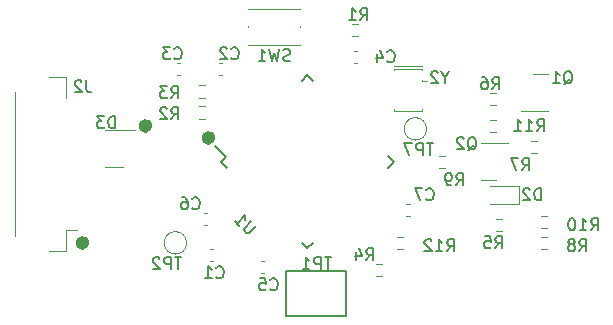
<source format=gbo>
%TF.GenerationSoftware,KiCad,Pcbnew,7.0.6*%
%TF.CreationDate,2023-08-20T20:53:31-04:00*%
%TF.ProjectId,Safe-To-Mate-O-Matic-v3,53616665-2d54-46f2-9d4d-6174652d4f2d,rev?*%
%TF.SameCoordinates,Original*%
%TF.FileFunction,Legend,Bot*%
%TF.FilePolarity,Positive*%
%FSLAX46Y46*%
G04 Gerber Fmt 4.6, Leading zero omitted, Abs format (unit mm)*
G04 Created by KiCad (PCBNEW 7.0.6) date 2023-08-20 20:53:31*
%MOMM*%
%LPD*%
G01*
G04 APERTURE LIST*
%ADD10C,0.583000*%
%ADD11C,0.150000*%
%ADD12C,0.120000*%
G04 APERTURE END LIST*
D10*
X137197500Y-80264000D02*
G75*
G03*
X137197500Y-80264000I-291500J0D01*
G01*
X131863500Y-90170000D02*
G75*
G03*
X131863500Y-90170000I-291500J0D01*
G01*
X142531500Y-81280000D02*
G75*
G03*
X142531500Y-81280000I-291500J0D01*
G01*
D11*
X162274190Y-76178628D02*
X162274190Y-76654819D01*
X162607523Y-75654819D02*
X162274190Y-76178628D01*
X162274190Y-76178628D02*
X161940857Y-75654819D01*
X161655142Y-75750057D02*
X161607523Y-75702438D01*
X161607523Y-75702438D02*
X161512285Y-75654819D01*
X161512285Y-75654819D02*
X161274190Y-75654819D01*
X161274190Y-75654819D02*
X161178952Y-75702438D01*
X161178952Y-75702438D02*
X161131333Y-75750057D01*
X161131333Y-75750057D02*
X161083714Y-75845295D01*
X161083714Y-75845295D02*
X161083714Y-75940533D01*
X161083714Y-75940533D02*
X161131333Y-76083390D01*
X161131333Y-76083390D02*
X161702761Y-76654819D01*
X161702761Y-76654819D02*
X161083714Y-76654819D01*
X168822666Y-84020819D02*
X169155999Y-83544628D01*
X169394094Y-84020819D02*
X169394094Y-83020819D01*
X169394094Y-83020819D02*
X169013142Y-83020819D01*
X169013142Y-83020819D02*
X168917904Y-83068438D01*
X168917904Y-83068438D02*
X168870285Y-83116057D01*
X168870285Y-83116057D02*
X168822666Y-83211295D01*
X168822666Y-83211295D02*
X168822666Y-83354152D01*
X168822666Y-83354152D02*
X168870285Y-83449390D01*
X168870285Y-83449390D02*
X168917904Y-83497009D01*
X168917904Y-83497009D02*
X169013142Y-83544628D01*
X169013142Y-83544628D02*
X169394094Y-83544628D01*
X168489332Y-83020819D02*
X167822666Y-83020819D01*
X167822666Y-83020819D02*
X168251237Y-84020819D01*
X157392666Y-74781580D02*
X157440285Y-74829200D01*
X157440285Y-74829200D02*
X157583142Y-74876819D01*
X157583142Y-74876819D02*
X157678380Y-74876819D01*
X157678380Y-74876819D02*
X157821237Y-74829200D01*
X157821237Y-74829200D02*
X157916475Y-74733961D01*
X157916475Y-74733961D02*
X157964094Y-74638723D01*
X157964094Y-74638723D02*
X158011713Y-74448247D01*
X158011713Y-74448247D02*
X158011713Y-74305390D01*
X158011713Y-74305390D02*
X157964094Y-74114914D01*
X157964094Y-74114914D02*
X157916475Y-74019676D01*
X157916475Y-74019676D02*
X157821237Y-73924438D01*
X157821237Y-73924438D02*
X157678380Y-73876819D01*
X157678380Y-73876819D02*
X157583142Y-73876819D01*
X157583142Y-73876819D02*
X157440285Y-73924438D01*
X157440285Y-73924438D02*
X157392666Y-73972057D01*
X156535523Y-74210152D02*
X156535523Y-74876819D01*
X156773618Y-73829200D02*
X157011713Y-74543485D01*
X157011713Y-74543485D02*
X156392666Y-74543485D01*
X131905333Y-76416819D02*
X131905333Y-77131104D01*
X131905333Y-77131104D02*
X131952952Y-77273961D01*
X131952952Y-77273961D02*
X132048190Y-77369200D01*
X132048190Y-77369200D02*
X132191047Y-77416819D01*
X132191047Y-77416819D02*
X132286285Y-77416819D01*
X131476761Y-76512057D02*
X131429142Y-76464438D01*
X131429142Y-76464438D02*
X131333904Y-76416819D01*
X131333904Y-76416819D02*
X131095809Y-76416819D01*
X131095809Y-76416819D02*
X131000571Y-76464438D01*
X131000571Y-76464438D02*
X130952952Y-76512057D01*
X130952952Y-76512057D02*
X130905333Y-76607295D01*
X130905333Y-76607295D02*
X130905333Y-76702533D01*
X130905333Y-76702533D02*
X130952952Y-76845390D01*
X130952952Y-76845390D02*
X131524380Y-77416819D01*
X131524380Y-77416819D02*
X130905333Y-77416819D01*
X164179238Y-82338057D02*
X164274476Y-82290438D01*
X164274476Y-82290438D02*
X164369714Y-82195200D01*
X164369714Y-82195200D02*
X164512571Y-82052342D01*
X164512571Y-82052342D02*
X164607809Y-82004723D01*
X164607809Y-82004723D02*
X164703047Y-82004723D01*
X164655428Y-82242819D02*
X164750666Y-82195200D01*
X164750666Y-82195200D02*
X164845904Y-82099961D01*
X164845904Y-82099961D02*
X164893523Y-81909485D01*
X164893523Y-81909485D02*
X164893523Y-81576152D01*
X164893523Y-81576152D02*
X164845904Y-81385676D01*
X164845904Y-81385676D02*
X164750666Y-81290438D01*
X164750666Y-81290438D02*
X164655428Y-81242819D01*
X164655428Y-81242819D02*
X164464952Y-81242819D01*
X164464952Y-81242819D02*
X164369714Y-81290438D01*
X164369714Y-81290438D02*
X164274476Y-81385676D01*
X164274476Y-81385676D02*
X164226857Y-81576152D01*
X164226857Y-81576152D02*
X164226857Y-81909485D01*
X164226857Y-81909485D02*
X164274476Y-82099961D01*
X164274476Y-82099961D02*
X164369714Y-82195200D01*
X164369714Y-82195200D02*
X164464952Y-82242819D01*
X164464952Y-82242819D02*
X164655428Y-82242819D01*
X163845904Y-81338057D02*
X163798285Y-81290438D01*
X163798285Y-81290438D02*
X163703047Y-81242819D01*
X163703047Y-81242819D02*
X163464952Y-81242819D01*
X163464952Y-81242819D02*
X163369714Y-81290438D01*
X163369714Y-81290438D02*
X163322095Y-81338057D01*
X163322095Y-81338057D02*
X163274476Y-81433295D01*
X163274476Y-81433295D02*
X163274476Y-81528533D01*
X163274476Y-81528533D02*
X163322095Y-81671390D01*
X163322095Y-81671390D02*
X163893523Y-82242819D01*
X163893523Y-82242819D02*
X163274476Y-82242819D01*
X155614666Y-91640819D02*
X155947999Y-91164628D01*
X156186094Y-91640819D02*
X156186094Y-90640819D01*
X156186094Y-90640819D02*
X155805142Y-90640819D01*
X155805142Y-90640819D02*
X155709904Y-90688438D01*
X155709904Y-90688438D02*
X155662285Y-90736057D01*
X155662285Y-90736057D02*
X155614666Y-90831295D01*
X155614666Y-90831295D02*
X155614666Y-90974152D01*
X155614666Y-90974152D02*
X155662285Y-91069390D01*
X155662285Y-91069390D02*
X155709904Y-91117009D01*
X155709904Y-91117009D02*
X155805142Y-91164628D01*
X155805142Y-91164628D02*
X156186094Y-91164628D01*
X154757523Y-90974152D02*
X154757523Y-91640819D01*
X154995618Y-90593200D02*
X155233713Y-91307485D01*
X155233713Y-91307485D02*
X154614666Y-91307485D01*
X139104666Y-77924819D02*
X139437999Y-77448628D01*
X139676094Y-77924819D02*
X139676094Y-76924819D01*
X139676094Y-76924819D02*
X139295142Y-76924819D01*
X139295142Y-76924819D02*
X139199904Y-76972438D01*
X139199904Y-76972438D02*
X139152285Y-77020057D01*
X139152285Y-77020057D02*
X139104666Y-77115295D01*
X139104666Y-77115295D02*
X139104666Y-77258152D01*
X139104666Y-77258152D02*
X139152285Y-77353390D01*
X139152285Y-77353390D02*
X139199904Y-77401009D01*
X139199904Y-77401009D02*
X139295142Y-77448628D01*
X139295142Y-77448628D02*
X139676094Y-77448628D01*
X138771332Y-76924819D02*
X138152285Y-76924819D01*
X138152285Y-76924819D02*
X138485618Y-77305771D01*
X138485618Y-77305771D02*
X138342761Y-77305771D01*
X138342761Y-77305771D02*
X138247523Y-77353390D01*
X138247523Y-77353390D02*
X138199904Y-77401009D01*
X138199904Y-77401009D02*
X138152285Y-77496247D01*
X138152285Y-77496247D02*
X138152285Y-77734342D01*
X138152285Y-77734342D02*
X138199904Y-77829580D01*
X138199904Y-77829580D02*
X138247523Y-77877200D01*
X138247523Y-77877200D02*
X138342761Y-77924819D01*
X138342761Y-77924819D02*
X138628475Y-77924819D01*
X138628475Y-77924819D02*
X138723713Y-77877200D01*
X138723713Y-77877200D02*
X138771332Y-77829580D01*
X160694666Y-86465580D02*
X160742285Y-86513200D01*
X160742285Y-86513200D02*
X160885142Y-86560819D01*
X160885142Y-86560819D02*
X160980380Y-86560819D01*
X160980380Y-86560819D02*
X161123237Y-86513200D01*
X161123237Y-86513200D02*
X161218475Y-86417961D01*
X161218475Y-86417961D02*
X161266094Y-86322723D01*
X161266094Y-86322723D02*
X161313713Y-86132247D01*
X161313713Y-86132247D02*
X161313713Y-85989390D01*
X161313713Y-85989390D02*
X161266094Y-85798914D01*
X161266094Y-85798914D02*
X161218475Y-85703676D01*
X161218475Y-85703676D02*
X161123237Y-85608438D01*
X161123237Y-85608438D02*
X160980380Y-85560819D01*
X160980380Y-85560819D02*
X160885142Y-85560819D01*
X160885142Y-85560819D02*
X160742285Y-85608438D01*
X160742285Y-85608438D02*
X160694666Y-85656057D01*
X160361332Y-85560819D02*
X159694666Y-85560819D01*
X159694666Y-85560819D02*
X160123237Y-86560819D01*
X170060857Y-80718819D02*
X170394190Y-80242628D01*
X170632285Y-80718819D02*
X170632285Y-79718819D01*
X170632285Y-79718819D02*
X170251333Y-79718819D01*
X170251333Y-79718819D02*
X170156095Y-79766438D01*
X170156095Y-79766438D02*
X170108476Y-79814057D01*
X170108476Y-79814057D02*
X170060857Y-79909295D01*
X170060857Y-79909295D02*
X170060857Y-80052152D01*
X170060857Y-80052152D02*
X170108476Y-80147390D01*
X170108476Y-80147390D02*
X170156095Y-80195009D01*
X170156095Y-80195009D02*
X170251333Y-80242628D01*
X170251333Y-80242628D02*
X170632285Y-80242628D01*
X169108476Y-80718819D02*
X169679904Y-80718819D01*
X169394190Y-80718819D02*
X169394190Y-79718819D01*
X169394190Y-79718819D02*
X169489428Y-79861676D01*
X169489428Y-79861676D02*
X169584666Y-79956914D01*
X169584666Y-79956914D02*
X169679904Y-80004533D01*
X168156095Y-80718819D02*
X168727523Y-80718819D01*
X168441809Y-80718819D02*
X168441809Y-79718819D01*
X168441809Y-79718819D02*
X168537047Y-79861676D01*
X168537047Y-79861676D02*
X168632285Y-79956914D01*
X168632285Y-79956914D02*
X168727523Y-80004533D01*
X174632857Y-89100819D02*
X174966190Y-88624628D01*
X175204285Y-89100819D02*
X175204285Y-88100819D01*
X175204285Y-88100819D02*
X174823333Y-88100819D01*
X174823333Y-88100819D02*
X174728095Y-88148438D01*
X174728095Y-88148438D02*
X174680476Y-88196057D01*
X174680476Y-88196057D02*
X174632857Y-88291295D01*
X174632857Y-88291295D02*
X174632857Y-88434152D01*
X174632857Y-88434152D02*
X174680476Y-88529390D01*
X174680476Y-88529390D02*
X174728095Y-88577009D01*
X174728095Y-88577009D02*
X174823333Y-88624628D01*
X174823333Y-88624628D02*
X175204285Y-88624628D01*
X173680476Y-89100819D02*
X174251904Y-89100819D01*
X173966190Y-89100819D02*
X173966190Y-88100819D01*
X173966190Y-88100819D02*
X174061428Y-88243676D01*
X174061428Y-88243676D02*
X174156666Y-88338914D01*
X174156666Y-88338914D02*
X174251904Y-88386533D01*
X173061428Y-88100819D02*
X172966190Y-88100819D01*
X172966190Y-88100819D02*
X172870952Y-88148438D01*
X172870952Y-88148438D02*
X172823333Y-88196057D01*
X172823333Y-88196057D02*
X172775714Y-88291295D01*
X172775714Y-88291295D02*
X172728095Y-88481771D01*
X172728095Y-88481771D02*
X172728095Y-88719866D01*
X172728095Y-88719866D02*
X172775714Y-88910342D01*
X172775714Y-88910342D02*
X172823333Y-89005580D01*
X172823333Y-89005580D02*
X172870952Y-89053200D01*
X172870952Y-89053200D02*
X172966190Y-89100819D01*
X172966190Y-89100819D02*
X173061428Y-89100819D01*
X173061428Y-89100819D02*
X173156666Y-89053200D01*
X173156666Y-89053200D02*
X173204285Y-89005580D01*
X173204285Y-89005580D02*
X173251904Y-88910342D01*
X173251904Y-88910342D02*
X173299523Y-88719866D01*
X173299523Y-88719866D02*
X173299523Y-88481771D01*
X173299523Y-88481771D02*
X173251904Y-88291295D01*
X173251904Y-88291295D02*
X173204285Y-88196057D01*
X173204285Y-88196057D02*
X173156666Y-88148438D01*
X173156666Y-88148438D02*
X173061428Y-88100819D01*
X166282666Y-77162819D02*
X166615999Y-76686628D01*
X166854094Y-77162819D02*
X166854094Y-76162819D01*
X166854094Y-76162819D02*
X166473142Y-76162819D01*
X166473142Y-76162819D02*
X166377904Y-76210438D01*
X166377904Y-76210438D02*
X166330285Y-76258057D01*
X166330285Y-76258057D02*
X166282666Y-76353295D01*
X166282666Y-76353295D02*
X166282666Y-76496152D01*
X166282666Y-76496152D02*
X166330285Y-76591390D01*
X166330285Y-76591390D02*
X166377904Y-76639009D01*
X166377904Y-76639009D02*
X166473142Y-76686628D01*
X166473142Y-76686628D02*
X166854094Y-76686628D01*
X165425523Y-76162819D02*
X165615999Y-76162819D01*
X165615999Y-76162819D02*
X165711237Y-76210438D01*
X165711237Y-76210438D02*
X165758856Y-76258057D01*
X165758856Y-76258057D02*
X165854094Y-76400914D01*
X165854094Y-76400914D02*
X165901713Y-76591390D01*
X165901713Y-76591390D02*
X165901713Y-76972342D01*
X165901713Y-76972342D02*
X165854094Y-77067580D01*
X165854094Y-77067580D02*
X165806475Y-77115200D01*
X165806475Y-77115200D02*
X165711237Y-77162819D01*
X165711237Y-77162819D02*
X165520761Y-77162819D01*
X165520761Y-77162819D02*
X165425523Y-77115200D01*
X165425523Y-77115200D02*
X165377904Y-77067580D01*
X165377904Y-77067580D02*
X165330285Y-76972342D01*
X165330285Y-76972342D02*
X165330285Y-76734247D01*
X165330285Y-76734247D02*
X165377904Y-76639009D01*
X165377904Y-76639009D02*
X165425523Y-76591390D01*
X165425523Y-76591390D02*
X165520761Y-76543771D01*
X165520761Y-76543771D02*
X165711237Y-76543771D01*
X165711237Y-76543771D02*
X165806475Y-76591390D01*
X165806475Y-76591390D02*
X165854094Y-76639009D01*
X165854094Y-76639009D02*
X165901713Y-76734247D01*
X152645904Y-91402819D02*
X152074476Y-91402819D01*
X152360190Y-92402819D02*
X152360190Y-91402819D01*
X151741142Y-92402819D02*
X151741142Y-91402819D01*
X151741142Y-91402819D02*
X151360190Y-91402819D01*
X151360190Y-91402819D02*
X151264952Y-91450438D01*
X151264952Y-91450438D02*
X151217333Y-91498057D01*
X151217333Y-91498057D02*
X151169714Y-91593295D01*
X151169714Y-91593295D02*
X151169714Y-91736152D01*
X151169714Y-91736152D02*
X151217333Y-91831390D01*
X151217333Y-91831390D02*
X151264952Y-91879009D01*
X151264952Y-91879009D02*
X151360190Y-91926628D01*
X151360190Y-91926628D02*
X151741142Y-91926628D01*
X150217333Y-92402819D02*
X150788761Y-92402819D01*
X150503047Y-92402819D02*
X150503047Y-91402819D01*
X150503047Y-91402819D02*
X150598285Y-91545676D01*
X150598285Y-91545676D02*
X150693523Y-91640914D01*
X150693523Y-91640914D02*
X150788761Y-91688533D01*
X155106666Y-71320819D02*
X155439999Y-70844628D01*
X155678094Y-71320819D02*
X155678094Y-70320819D01*
X155678094Y-70320819D02*
X155297142Y-70320819D01*
X155297142Y-70320819D02*
X155201904Y-70368438D01*
X155201904Y-70368438D02*
X155154285Y-70416057D01*
X155154285Y-70416057D02*
X155106666Y-70511295D01*
X155106666Y-70511295D02*
X155106666Y-70654152D01*
X155106666Y-70654152D02*
X155154285Y-70749390D01*
X155154285Y-70749390D02*
X155201904Y-70797009D01*
X155201904Y-70797009D02*
X155297142Y-70844628D01*
X155297142Y-70844628D02*
X155678094Y-70844628D01*
X154154285Y-71320819D02*
X154725713Y-71320819D01*
X154439999Y-71320819D02*
X154439999Y-70320819D01*
X154439999Y-70320819D02*
X154535237Y-70463676D01*
X154535237Y-70463676D02*
X154630475Y-70558914D01*
X154630475Y-70558914D02*
X154725713Y-70606533D01*
X142914666Y-93069580D02*
X142962285Y-93117200D01*
X142962285Y-93117200D02*
X143105142Y-93164819D01*
X143105142Y-93164819D02*
X143200380Y-93164819D01*
X143200380Y-93164819D02*
X143343237Y-93117200D01*
X143343237Y-93117200D02*
X143438475Y-93021961D01*
X143438475Y-93021961D02*
X143486094Y-92926723D01*
X143486094Y-92926723D02*
X143533713Y-92736247D01*
X143533713Y-92736247D02*
X143533713Y-92593390D01*
X143533713Y-92593390D02*
X143486094Y-92402914D01*
X143486094Y-92402914D02*
X143438475Y-92307676D01*
X143438475Y-92307676D02*
X143343237Y-92212438D01*
X143343237Y-92212438D02*
X143200380Y-92164819D01*
X143200380Y-92164819D02*
X143105142Y-92164819D01*
X143105142Y-92164819D02*
X142962285Y-92212438D01*
X142962285Y-92212438D02*
X142914666Y-92260057D01*
X141962285Y-93164819D02*
X142533713Y-93164819D01*
X142247999Y-93164819D02*
X142247999Y-92164819D01*
X142247999Y-92164819D02*
X142343237Y-92307676D01*
X142343237Y-92307676D02*
X142438475Y-92402914D01*
X142438475Y-92402914D02*
X142533713Y-92450533D01*
X146278303Y-88733192D02*
X145705883Y-89305612D01*
X145705883Y-89305612D02*
X145604868Y-89339284D01*
X145604868Y-89339284D02*
X145537524Y-89339284D01*
X145537524Y-89339284D02*
X145436509Y-89305612D01*
X145436509Y-89305612D02*
X145301822Y-89170925D01*
X145301822Y-89170925D02*
X145268150Y-89069910D01*
X145268150Y-89069910D02*
X145268150Y-89002566D01*
X145268150Y-89002566D02*
X145301822Y-88901551D01*
X145301822Y-88901551D02*
X145874242Y-88329131D01*
X144460028Y-88329131D02*
X144864089Y-88733192D01*
X144662059Y-88531162D02*
X145369165Y-87824055D01*
X145369165Y-87824055D02*
X145335494Y-87992414D01*
X145335494Y-87992414D02*
X145335494Y-88127101D01*
X145335494Y-88127101D02*
X145369165Y-88228116D01*
X163234666Y-85290819D02*
X163567999Y-84814628D01*
X163806094Y-85290819D02*
X163806094Y-84290819D01*
X163806094Y-84290819D02*
X163425142Y-84290819D01*
X163425142Y-84290819D02*
X163329904Y-84338438D01*
X163329904Y-84338438D02*
X163282285Y-84386057D01*
X163282285Y-84386057D02*
X163234666Y-84481295D01*
X163234666Y-84481295D02*
X163234666Y-84624152D01*
X163234666Y-84624152D02*
X163282285Y-84719390D01*
X163282285Y-84719390D02*
X163329904Y-84767009D01*
X163329904Y-84767009D02*
X163425142Y-84814628D01*
X163425142Y-84814628D02*
X163806094Y-84814628D01*
X162758475Y-85290819D02*
X162567999Y-85290819D01*
X162567999Y-85290819D02*
X162472761Y-85243200D01*
X162472761Y-85243200D02*
X162425142Y-85195580D01*
X162425142Y-85195580D02*
X162329904Y-85052723D01*
X162329904Y-85052723D02*
X162282285Y-84862247D01*
X162282285Y-84862247D02*
X162282285Y-84481295D01*
X162282285Y-84481295D02*
X162329904Y-84386057D01*
X162329904Y-84386057D02*
X162377523Y-84338438D01*
X162377523Y-84338438D02*
X162472761Y-84290819D01*
X162472761Y-84290819D02*
X162663237Y-84290819D01*
X162663237Y-84290819D02*
X162758475Y-84338438D01*
X162758475Y-84338438D02*
X162806094Y-84386057D01*
X162806094Y-84386057D02*
X162853713Y-84481295D01*
X162853713Y-84481295D02*
X162853713Y-84719390D01*
X162853713Y-84719390D02*
X162806094Y-84814628D01*
X162806094Y-84814628D02*
X162758475Y-84862247D01*
X162758475Y-84862247D02*
X162663237Y-84909866D01*
X162663237Y-84909866D02*
X162472761Y-84909866D01*
X162472761Y-84909866D02*
X162377523Y-84862247D01*
X162377523Y-84862247D02*
X162329904Y-84814628D01*
X162329904Y-84814628D02*
X162282285Y-84719390D01*
X139945904Y-91402819D02*
X139374476Y-91402819D01*
X139660190Y-92402819D02*
X139660190Y-91402819D01*
X139041142Y-92402819D02*
X139041142Y-91402819D01*
X139041142Y-91402819D02*
X138660190Y-91402819D01*
X138660190Y-91402819D02*
X138564952Y-91450438D01*
X138564952Y-91450438D02*
X138517333Y-91498057D01*
X138517333Y-91498057D02*
X138469714Y-91593295D01*
X138469714Y-91593295D02*
X138469714Y-91736152D01*
X138469714Y-91736152D02*
X138517333Y-91831390D01*
X138517333Y-91831390D02*
X138564952Y-91879009D01*
X138564952Y-91879009D02*
X138660190Y-91926628D01*
X138660190Y-91926628D02*
X139041142Y-91926628D01*
X138088761Y-91498057D02*
X138041142Y-91450438D01*
X138041142Y-91450438D02*
X137945904Y-91402819D01*
X137945904Y-91402819D02*
X137707809Y-91402819D01*
X137707809Y-91402819D02*
X137612571Y-91450438D01*
X137612571Y-91450438D02*
X137564952Y-91498057D01*
X137564952Y-91498057D02*
X137517333Y-91593295D01*
X137517333Y-91593295D02*
X137517333Y-91688533D01*
X137517333Y-91688533D02*
X137564952Y-91831390D01*
X137564952Y-91831390D02*
X138136380Y-92402819D01*
X138136380Y-92402819D02*
X137517333Y-92402819D01*
X139104666Y-79702819D02*
X139437999Y-79226628D01*
X139676094Y-79702819D02*
X139676094Y-78702819D01*
X139676094Y-78702819D02*
X139295142Y-78702819D01*
X139295142Y-78702819D02*
X139199904Y-78750438D01*
X139199904Y-78750438D02*
X139152285Y-78798057D01*
X139152285Y-78798057D02*
X139104666Y-78893295D01*
X139104666Y-78893295D02*
X139104666Y-79036152D01*
X139104666Y-79036152D02*
X139152285Y-79131390D01*
X139152285Y-79131390D02*
X139199904Y-79179009D01*
X139199904Y-79179009D02*
X139295142Y-79226628D01*
X139295142Y-79226628D02*
X139676094Y-79226628D01*
X138723713Y-78798057D02*
X138676094Y-78750438D01*
X138676094Y-78750438D02*
X138580856Y-78702819D01*
X138580856Y-78702819D02*
X138342761Y-78702819D01*
X138342761Y-78702819D02*
X138247523Y-78750438D01*
X138247523Y-78750438D02*
X138199904Y-78798057D01*
X138199904Y-78798057D02*
X138152285Y-78893295D01*
X138152285Y-78893295D02*
X138152285Y-78988533D01*
X138152285Y-78988533D02*
X138199904Y-79131390D01*
X138199904Y-79131390D02*
X138771332Y-79702819D01*
X138771332Y-79702819D02*
X138152285Y-79702819D01*
X170410094Y-86560819D02*
X170410094Y-85560819D01*
X170410094Y-85560819D02*
X170171999Y-85560819D01*
X170171999Y-85560819D02*
X170029142Y-85608438D01*
X170029142Y-85608438D02*
X169933904Y-85703676D01*
X169933904Y-85703676D02*
X169886285Y-85798914D01*
X169886285Y-85798914D02*
X169838666Y-85989390D01*
X169838666Y-85989390D02*
X169838666Y-86132247D01*
X169838666Y-86132247D02*
X169886285Y-86322723D01*
X169886285Y-86322723D02*
X169933904Y-86417961D01*
X169933904Y-86417961D02*
X170029142Y-86513200D01*
X170029142Y-86513200D02*
X170171999Y-86560819D01*
X170171999Y-86560819D02*
X170410094Y-86560819D01*
X169457713Y-85656057D02*
X169410094Y-85608438D01*
X169410094Y-85608438D02*
X169314856Y-85560819D01*
X169314856Y-85560819D02*
X169076761Y-85560819D01*
X169076761Y-85560819D02*
X168981523Y-85608438D01*
X168981523Y-85608438D02*
X168933904Y-85656057D01*
X168933904Y-85656057D02*
X168886285Y-85751295D01*
X168886285Y-85751295D02*
X168886285Y-85846533D01*
X168886285Y-85846533D02*
X168933904Y-85989390D01*
X168933904Y-85989390D02*
X169505332Y-86560819D01*
X169505332Y-86560819D02*
X168886285Y-86560819D01*
X139358666Y-74527580D02*
X139406285Y-74575200D01*
X139406285Y-74575200D02*
X139549142Y-74622819D01*
X139549142Y-74622819D02*
X139644380Y-74622819D01*
X139644380Y-74622819D02*
X139787237Y-74575200D01*
X139787237Y-74575200D02*
X139882475Y-74479961D01*
X139882475Y-74479961D02*
X139930094Y-74384723D01*
X139930094Y-74384723D02*
X139977713Y-74194247D01*
X139977713Y-74194247D02*
X139977713Y-74051390D01*
X139977713Y-74051390D02*
X139930094Y-73860914D01*
X139930094Y-73860914D02*
X139882475Y-73765676D01*
X139882475Y-73765676D02*
X139787237Y-73670438D01*
X139787237Y-73670438D02*
X139644380Y-73622819D01*
X139644380Y-73622819D02*
X139549142Y-73622819D01*
X139549142Y-73622819D02*
X139406285Y-73670438D01*
X139406285Y-73670438D02*
X139358666Y-73718057D01*
X139025332Y-73622819D02*
X138406285Y-73622819D01*
X138406285Y-73622819D02*
X138739618Y-74003771D01*
X138739618Y-74003771D02*
X138596761Y-74003771D01*
X138596761Y-74003771D02*
X138501523Y-74051390D01*
X138501523Y-74051390D02*
X138453904Y-74099009D01*
X138453904Y-74099009D02*
X138406285Y-74194247D01*
X138406285Y-74194247D02*
X138406285Y-74432342D01*
X138406285Y-74432342D02*
X138453904Y-74527580D01*
X138453904Y-74527580D02*
X138501523Y-74575200D01*
X138501523Y-74575200D02*
X138596761Y-74622819D01*
X138596761Y-74622819D02*
X138882475Y-74622819D01*
X138882475Y-74622819D02*
X138977713Y-74575200D01*
X138977713Y-74575200D02*
X139025332Y-74527580D01*
X147486666Y-94085580D02*
X147534285Y-94133200D01*
X147534285Y-94133200D02*
X147677142Y-94180819D01*
X147677142Y-94180819D02*
X147772380Y-94180819D01*
X147772380Y-94180819D02*
X147915237Y-94133200D01*
X147915237Y-94133200D02*
X148010475Y-94037961D01*
X148010475Y-94037961D02*
X148058094Y-93942723D01*
X148058094Y-93942723D02*
X148105713Y-93752247D01*
X148105713Y-93752247D02*
X148105713Y-93609390D01*
X148105713Y-93609390D02*
X148058094Y-93418914D01*
X148058094Y-93418914D02*
X148010475Y-93323676D01*
X148010475Y-93323676D02*
X147915237Y-93228438D01*
X147915237Y-93228438D02*
X147772380Y-93180819D01*
X147772380Y-93180819D02*
X147677142Y-93180819D01*
X147677142Y-93180819D02*
X147534285Y-93228438D01*
X147534285Y-93228438D02*
X147486666Y-93276057D01*
X146581904Y-93180819D02*
X147058094Y-93180819D01*
X147058094Y-93180819D02*
X147105713Y-93657009D01*
X147105713Y-93657009D02*
X147058094Y-93609390D01*
X147058094Y-93609390D02*
X146962856Y-93561771D01*
X146962856Y-93561771D02*
X146724761Y-93561771D01*
X146724761Y-93561771D02*
X146629523Y-93609390D01*
X146629523Y-93609390D02*
X146581904Y-93657009D01*
X146581904Y-93657009D02*
X146534285Y-93752247D01*
X146534285Y-93752247D02*
X146534285Y-93990342D01*
X146534285Y-93990342D02*
X146581904Y-94085580D01*
X146581904Y-94085580D02*
X146629523Y-94133200D01*
X146629523Y-94133200D02*
X146724761Y-94180819D01*
X146724761Y-94180819D02*
X146962856Y-94180819D01*
X146962856Y-94180819D02*
X147058094Y-94133200D01*
X147058094Y-94133200D02*
X147105713Y-94085580D01*
X134342094Y-80464819D02*
X134342094Y-79464819D01*
X134342094Y-79464819D02*
X134103999Y-79464819D01*
X134103999Y-79464819D02*
X133961142Y-79512438D01*
X133961142Y-79512438D02*
X133865904Y-79607676D01*
X133865904Y-79607676D02*
X133818285Y-79702914D01*
X133818285Y-79702914D02*
X133770666Y-79893390D01*
X133770666Y-79893390D02*
X133770666Y-80036247D01*
X133770666Y-80036247D02*
X133818285Y-80226723D01*
X133818285Y-80226723D02*
X133865904Y-80321961D01*
X133865904Y-80321961D02*
X133961142Y-80417200D01*
X133961142Y-80417200D02*
X134103999Y-80464819D01*
X134103999Y-80464819D02*
X134342094Y-80464819D01*
X133437332Y-79464819D02*
X132818285Y-79464819D01*
X132818285Y-79464819D02*
X133151618Y-79845771D01*
X133151618Y-79845771D02*
X133008761Y-79845771D01*
X133008761Y-79845771D02*
X132913523Y-79893390D01*
X132913523Y-79893390D02*
X132865904Y-79941009D01*
X132865904Y-79941009D02*
X132818285Y-80036247D01*
X132818285Y-80036247D02*
X132818285Y-80274342D01*
X132818285Y-80274342D02*
X132865904Y-80369580D01*
X132865904Y-80369580D02*
X132913523Y-80417200D01*
X132913523Y-80417200D02*
X133008761Y-80464819D01*
X133008761Y-80464819D02*
X133294475Y-80464819D01*
X133294475Y-80464819D02*
X133389713Y-80417200D01*
X133389713Y-80417200D02*
X133437332Y-80369580D01*
X161281904Y-81750819D02*
X160710476Y-81750819D01*
X160996190Y-82750819D02*
X160996190Y-81750819D01*
X160377142Y-82750819D02*
X160377142Y-81750819D01*
X160377142Y-81750819D02*
X159996190Y-81750819D01*
X159996190Y-81750819D02*
X159900952Y-81798438D01*
X159900952Y-81798438D02*
X159853333Y-81846057D01*
X159853333Y-81846057D02*
X159805714Y-81941295D01*
X159805714Y-81941295D02*
X159805714Y-82084152D01*
X159805714Y-82084152D02*
X159853333Y-82179390D01*
X159853333Y-82179390D02*
X159900952Y-82227009D01*
X159900952Y-82227009D02*
X159996190Y-82274628D01*
X159996190Y-82274628D02*
X160377142Y-82274628D01*
X159472380Y-81750819D02*
X158805714Y-81750819D01*
X158805714Y-81750819D02*
X159234285Y-82750819D01*
X166536666Y-90624819D02*
X166869999Y-90148628D01*
X167108094Y-90624819D02*
X167108094Y-89624819D01*
X167108094Y-89624819D02*
X166727142Y-89624819D01*
X166727142Y-89624819D02*
X166631904Y-89672438D01*
X166631904Y-89672438D02*
X166584285Y-89720057D01*
X166584285Y-89720057D02*
X166536666Y-89815295D01*
X166536666Y-89815295D02*
X166536666Y-89958152D01*
X166536666Y-89958152D02*
X166584285Y-90053390D01*
X166584285Y-90053390D02*
X166631904Y-90101009D01*
X166631904Y-90101009D02*
X166727142Y-90148628D01*
X166727142Y-90148628D02*
X167108094Y-90148628D01*
X165631904Y-89624819D02*
X166108094Y-89624819D01*
X166108094Y-89624819D02*
X166155713Y-90101009D01*
X166155713Y-90101009D02*
X166108094Y-90053390D01*
X166108094Y-90053390D02*
X166012856Y-90005771D01*
X166012856Y-90005771D02*
X165774761Y-90005771D01*
X165774761Y-90005771D02*
X165679523Y-90053390D01*
X165679523Y-90053390D02*
X165631904Y-90101009D01*
X165631904Y-90101009D02*
X165584285Y-90196247D01*
X165584285Y-90196247D02*
X165584285Y-90434342D01*
X165584285Y-90434342D02*
X165631904Y-90529580D01*
X165631904Y-90529580D02*
X165679523Y-90577200D01*
X165679523Y-90577200D02*
X165774761Y-90624819D01*
X165774761Y-90624819D02*
X166012856Y-90624819D01*
X166012856Y-90624819D02*
X166108094Y-90577200D01*
X166108094Y-90577200D02*
X166155713Y-90529580D01*
X173648666Y-90878819D02*
X173981999Y-90402628D01*
X174220094Y-90878819D02*
X174220094Y-89878819D01*
X174220094Y-89878819D02*
X173839142Y-89878819D01*
X173839142Y-89878819D02*
X173743904Y-89926438D01*
X173743904Y-89926438D02*
X173696285Y-89974057D01*
X173696285Y-89974057D02*
X173648666Y-90069295D01*
X173648666Y-90069295D02*
X173648666Y-90212152D01*
X173648666Y-90212152D02*
X173696285Y-90307390D01*
X173696285Y-90307390D02*
X173743904Y-90355009D01*
X173743904Y-90355009D02*
X173839142Y-90402628D01*
X173839142Y-90402628D02*
X174220094Y-90402628D01*
X173077237Y-90307390D02*
X173172475Y-90259771D01*
X173172475Y-90259771D02*
X173220094Y-90212152D01*
X173220094Y-90212152D02*
X173267713Y-90116914D01*
X173267713Y-90116914D02*
X173267713Y-90069295D01*
X173267713Y-90069295D02*
X173220094Y-89974057D01*
X173220094Y-89974057D02*
X173172475Y-89926438D01*
X173172475Y-89926438D02*
X173077237Y-89878819D01*
X173077237Y-89878819D02*
X172886761Y-89878819D01*
X172886761Y-89878819D02*
X172791523Y-89926438D01*
X172791523Y-89926438D02*
X172743904Y-89974057D01*
X172743904Y-89974057D02*
X172696285Y-90069295D01*
X172696285Y-90069295D02*
X172696285Y-90116914D01*
X172696285Y-90116914D02*
X172743904Y-90212152D01*
X172743904Y-90212152D02*
X172791523Y-90259771D01*
X172791523Y-90259771D02*
X172886761Y-90307390D01*
X172886761Y-90307390D02*
X173077237Y-90307390D01*
X173077237Y-90307390D02*
X173172475Y-90355009D01*
X173172475Y-90355009D02*
X173220094Y-90402628D01*
X173220094Y-90402628D02*
X173267713Y-90497866D01*
X173267713Y-90497866D02*
X173267713Y-90688342D01*
X173267713Y-90688342D02*
X173220094Y-90783580D01*
X173220094Y-90783580D02*
X173172475Y-90831200D01*
X173172475Y-90831200D02*
X173077237Y-90878819D01*
X173077237Y-90878819D02*
X172886761Y-90878819D01*
X172886761Y-90878819D02*
X172791523Y-90831200D01*
X172791523Y-90831200D02*
X172743904Y-90783580D01*
X172743904Y-90783580D02*
X172696285Y-90688342D01*
X172696285Y-90688342D02*
X172696285Y-90497866D01*
X172696285Y-90497866D02*
X172743904Y-90402628D01*
X172743904Y-90402628D02*
X172791523Y-90355009D01*
X172791523Y-90355009D02*
X172886761Y-90307390D01*
X162440857Y-90878819D02*
X162774190Y-90402628D01*
X163012285Y-90878819D02*
X163012285Y-89878819D01*
X163012285Y-89878819D02*
X162631333Y-89878819D01*
X162631333Y-89878819D02*
X162536095Y-89926438D01*
X162536095Y-89926438D02*
X162488476Y-89974057D01*
X162488476Y-89974057D02*
X162440857Y-90069295D01*
X162440857Y-90069295D02*
X162440857Y-90212152D01*
X162440857Y-90212152D02*
X162488476Y-90307390D01*
X162488476Y-90307390D02*
X162536095Y-90355009D01*
X162536095Y-90355009D02*
X162631333Y-90402628D01*
X162631333Y-90402628D02*
X163012285Y-90402628D01*
X161488476Y-90878819D02*
X162059904Y-90878819D01*
X161774190Y-90878819D02*
X161774190Y-89878819D01*
X161774190Y-89878819D02*
X161869428Y-90021676D01*
X161869428Y-90021676D02*
X161964666Y-90116914D01*
X161964666Y-90116914D02*
X162059904Y-90164533D01*
X161107523Y-89974057D02*
X161059904Y-89926438D01*
X161059904Y-89926438D02*
X160964666Y-89878819D01*
X160964666Y-89878819D02*
X160726571Y-89878819D01*
X160726571Y-89878819D02*
X160631333Y-89926438D01*
X160631333Y-89926438D02*
X160583714Y-89974057D01*
X160583714Y-89974057D02*
X160536095Y-90069295D01*
X160536095Y-90069295D02*
X160536095Y-90164533D01*
X160536095Y-90164533D02*
X160583714Y-90307390D01*
X160583714Y-90307390D02*
X161155142Y-90878819D01*
X161155142Y-90878819D02*
X160536095Y-90878819D01*
X144184666Y-74527580D02*
X144232285Y-74575200D01*
X144232285Y-74575200D02*
X144375142Y-74622819D01*
X144375142Y-74622819D02*
X144470380Y-74622819D01*
X144470380Y-74622819D02*
X144613237Y-74575200D01*
X144613237Y-74575200D02*
X144708475Y-74479961D01*
X144708475Y-74479961D02*
X144756094Y-74384723D01*
X144756094Y-74384723D02*
X144803713Y-74194247D01*
X144803713Y-74194247D02*
X144803713Y-74051390D01*
X144803713Y-74051390D02*
X144756094Y-73860914D01*
X144756094Y-73860914D02*
X144708475Y-73765676D01*
X144708475Y-73765676D02*
X144613237Y-73670438D01*
X144613237Y-73670438D02*
X144470380Y-73622819D01*
X144470380Y-73622819D02*
X144375142Y-73622819D01*
X144375142Y-73622819D02*
X144232285Y-73670438D01*
X144232285Y-73670438D02*
X144184666Y-73718057D01*
X143803713Y-73718057D02*
X143756094Y-73670438D01*
X143756094Y-73670438D02*
X143660856Y-73622819D01*
X143660856Y-73622819D02*
X143422761Y-73622819D01*
X143422761Y-73622819D02*
X143327523Y-73670438D01*
X143327523Y-73670438D02*
X143279904Y-73718057D01*
X143279904Y-73718057D02*
X143232285Y-73813295D01*
X143232285Y-73813295D02*
X143232285Y-73908533D01*
X143232285Y-73908533D02*
X143279904Y-74051390D01*
X143279904Y-74051390D02*
X143851332Y-74622819D01*
X143851332Y-74622819D02*
X143232285Y-74622819D01*
X172307238Y-76750057D02*
X172402476Y-76702438D01*
X172402476Y-76702438D02*
X172497714Y-76607200D01*
X172497714Y-76607200D02*
X172640571Y-76464342D01*
X172640571Y-76464342D02*
X172735809Y-76416723D01*
X172735809Y-76416723D02*
X172831047Y-76416723D01*
X172783428Y-76654819D02*
X172878666Y-76607200D01*
X172878666Y-76607200D02*
X172973904Y-76511961D01*
X172973904Y-76511961D02*
X173021523Y-76321485D01*
X173021523Y-76321485D02*
X173021523Y-75988152D01*
X173021523Y-75988152D02*
X172973904Y-75797676D01*
X172973904Y-75797676D02*
X172878666Y-75702438D01*
X172878666Y-75702438D02*
X172783428Y-75654819D01*
X172783428Y-75654819D02*
X172592952Y-75654819D01*
X172592952Y-75654819D02*
X172497714Y-75702438D01*
X172497714Y-75702438D02*
X172402476Y-75797676D01*
X172402476Y-75797676D02*
X172354857Y-75988152D01*
X172354857Y-75988152D02*
X172354857Y-76321485D01*
X172354857Y-76321485D02*
X172402476Y-76511961D01*
X172402476Y-76511961D02*
X172497714Y-76607200D01*
X172497714Y-76607200D02*
X172592952Y-76654819D01*
X172592952Y-76654819D02*
X172783428Y-76654819D01*
X171402476Y-76654819D02*
X171973904Y-76654819D01*
X171688190Y-76654819D02*
X171688190Y-75654819D01*
X171688190Y-75654819D02*
X171783428Y-75797676D01*
X171783428Y-75797676D02*
X171878666Y-75892914D01*
X171878666Y-75892914D02*
X171973904Y-75940533D01*
X140882666Y-87227580D02*
X140930285Y-87275200D01*
X140930285Y-87275200D02*
X141073142Y-87322819D01*
X141073142Y-87322819D02*
X141168380Y-87322819D01*
X141168380Y-87322819D02*
X141311237Y-87275200D01*
X141311237Y-87275200D02*
X141406475Y-87179961D01*
X141406475Y-87179961D02*
X141454094Y-87084723D01*
X141454094Y-87084723D02*
X141501713Y-86894247D01*
X141501713Y-86894247D02*
X141501713Y-86751390D01*
X141501713Y-86751390D02*
X141454094Y-86560914D01*
X141454094Y-86560914D02*
X141406475Y-86465676D01*
X141406475Y-86465676D02*
X141311237Y-86370438D01*
X141311237Y-86370438D02*
X141168380Y-86322819D01*
X141168380Y-86322819D02*
X141073142Y-86322819D01*
X141073142Y-86322819D02*
X140930285Y-86370438D01*
X140930285Y-86370438D02*
X140882666Y-86418057D01*
X140025523Y-86322819D02*
X140215999Y-86322819D01*
X140215999Y-86322819D02*
X140311237Y-86370438D01*
X140311237Y-86370438D02*
X140358856Y-86418057D01*
X140358856Y-86418057D02*
X140454094Y-86560914D01*
X140454094Y-86560914D02*
X140501713Y-86751390D01*
X140501713Y-86751390D02*
X140501713Y-87132342D01*
X140501713Y-87132342D02*
X140454094Y-87227580D01*
X140454094Y-87227580D02*
X140406475Y-87275200D01*
X140406475Y-87275200D02*
X140311237Y-87322819D01*
X140311237Y-87322819D02*
X140120761Y-87322819D01*
X140120761Y-87322819D02*
X140025523Y-87275200D01*
X140025523Y-87275200D02*
X139977904Y-87227580D01*
X139977904Y-87227580D02*
X139930285Y-87132342D01*
X139930285Y-87132342D02*
X139930285Y-86894247D01*
X139930285Y-86894247D02*
X139977904Y-86799009D01*
X139977904Y-86799009D02*
X140025523Y-86751390D01*
X140025523Y-86751390D02*
X140120761Y-86703771D01*
X140120761Y-86703771D02*
X140311237Y-86703771D01*
X140311237Y-86703771D02*
X140406475Y-86751390D01*
X140406475Y-86751390D02*
X140454094Y-86799009D01*
X140454094Y-86799009D02*
X140501713Y-86894247D01*
X149161332Y-74739200D02*
X149018475Y-74786819D01*
X149018475Y-74786819D02*
X148780380Y-74786819D01*
X148780380Y-74786819D02*
X148685142Y-74739200D01*
X148685142Y-74739200D02*
X148637523Y-74691580D01*
X148637523Y-74691580D02*
X148589904Y-74596342D01*
X148589904Y-74596342D02*
X148589904Y-74501104D01*
X148589904Y-74501104D02*
X148637523Y-74405866D01*
X148637523Y-74405866D02*
X148685142Y-74358247D01*
X148685142Y-74358247D02*
X148780380Y-74310628D01*
X148780380Y-74310628D02*
X148970856Y-74263009D01*
X148970856Y-74263009D02*
X149066094Y-74215390D01*
X149066094Y-74215390D02*
X149113713Y-74167771D01*
X149113713Y-74167771D02*
X149161332Y-74072533D01*
X149161332Y-74072533D02*
X149161332Y-73977295D01*
X149161332Y-73977295D02*
X149113713Y-73882057D01*
X149113713Y-73882057D02*
X149066094Y-73834438D01*
X149066094Y-73834438D02*
X148970856Y-73786819D01*
X148970856Y-73786819D02*
X148732761Y-73786819D01*
X148732761Y-73786819D02*
X148589904Y-73834438D01*
X148256570Y-73786819D02*
X148018475Y-74786819D01*
X148018475Y-74786819D02*
X147827999Y-74072533D01*
X147827999Y-74072533D02*
X147637523Y-74786819D01*
X147637523Y-74786819D02*
X147399428Y-73786819D01*
X146494666Y-74786819D02*
X147066094Y-74786819D01*
X146780380Y-74786819D02*
X146780380Y-73786819D01*
X146780380Y-73786819D02*
X146875618Y-73929676D01*
X146875618Y-73929676D02*
X146970856Y-74024914D01*
X146970856Y-74024914D02*
X147066094Y-74072533D01*
D12*
%TO.C,Y2*%
X159931000Y-75216000D02*
X160331000Y-75216000D01*
X157931000Y-75216000D02*
X159931000Y-75216000D01*
X160331000Y-75416000D02*
X160331000Y-75566000D01*
X159931000Y-75416000D02*
X160331000Y-75416000D01*
X159931000Y-75416000D02*
X157931000Y-75416000D01*
X157931000Y-75416000D02*
X157931000Y-75566000D01*
X160331000Y-76466000D02*
X160331000Y-76416000D01*
X160331000Y-76466000D02*
X160731000Y-76466000D01*
X160331000Y-79016000D02*
X160331000Y-78866000D01*
X159931000Y-79016000D02*
X160331000Y-79016000D01*
X157931000Y-79016000D02*
X157931000Y-78866000D01*
X157931000Y-79016000D02*
X159931000Y-79016000D01*
%TO.C,R7*%
X169520776Y-81519500D02*
X170030224Y-81519500D01*
X169520776Y-82564500D02*
X170030224Y-82564500D01*
%TO.C,C4*%
X154539733Y-73912000D02*
X154832267Y-73912000D01*
X154539733Y-74932000D02*
X154832267Y-74932000D01*
%TO.C,J2*%
X128712000Y-90859000D02*
X130162000Y-90859000D01*
X130162000Y-90859000D02*
X130162000Y-89059000D01*
X125892000Y-89589000D02*
X125892000Y-77409000D01*
X130162000Y-89059000D02*
X131152000Y-89059000D01*
X128712000Y-76139000D02*
X130162000Y-76139000D01*
X130162000Y-76139000D02*
X130162000Y-77939000D01*
%TO.C,Q2*%
X165940500Y-84806000D02*
X166590500Y-84806000D01*
X165940500Y-84806000D02*
X165290500Y-84806000D01*
X165940500Y-81686000D02*
X167615500Y-81686000D01*
X165940500Y-81686000D02*
X165290500Y-81686000D01*
%TO.C,R4*%
X156972724Y-92978500D02*
X156463276Y-92978500D01*
X156972724Y-91933500D02*
X156463276Y-91933500D01*
%TO.C,R3*%
X141477276Y-76820500D02*
X141986724Y-76820500D01*
X141477276Y-77865500D02*
X141986724Y-77865500D01*
%TO.C,C7*%
X159011233Y-86866000D02*
X159303767Y-86866000D01*
X159011233Y-87886000D02*
X159303767Y-87886000D01*
%TO.C,R11*%
X166115276Y-79741500D02*
X166624724Y-79741500D01*
X166115276Y-80786500D02*
X166624724Y-80786500D01*
%TO.C,R10*%
X170942724Y-88914500D02*
X170433276Y-88914500D01*
X170942724Y-87869500D02*
X170433276Y-87869500D01*
%TO.C,R6*%
X166115276Y-77455500D02*
X166624724Y-77455500D01*
X166115276Y-78500500D02*
X166624724Y-78500500D01*
D11*
%TO.C,TP1*%
X153924000Y-96393000D02*
X153924000Y-92583000D01*
X153924000Y-92583000D02*
X148844000Y-92583000D01*
X148844000Y-96393000D02*
X153924000Y-96393000D01*
X148844000Y-92583000D02*
X148844000Y-96393000D01*
D12*
%TO.C,R1*%
X154940724Y-72658500D02*
X154431276Y-72658500D01*
X154940724Y-71613500D02*
X154431276Y-71613500D01*
%TO.C,C1*%
X142640267Y-91696000D02*
X142347733Y-91696000D01*
X142640267Y-90676000D02*
X142347733Y-90676000D01*
D11*
%TO.C,U1*%
X150622000Y-75993445D02*
X150144703Y-76470742D01*
X150622000Y-75993445D02*
X151099297Y-76470742D01*
X143710031Y-82905414D02*
X142808470Y-82003852D01*
X143303445Y-83312000D02*
X143710031Y-82905414D01*
X143303445Y-83312000D02*
X143780742Y-83789297D01*
X157940555Y-83312000D02*
X157463258Y-82834703D01*
X157940555Y-83312000D02*
X157463258Y-83789297D01*
X150622000Y-90630555D02*
X150144703Y-90153258D01*
X150622000Y-90630555D02*
X151099297Y-90153258D01*
D12*
%TO.C,R9*%
X161797276Y-82789500D02*
X162306724Y-82789500D01*
X161797276Y-83834500D02*
X162306724Y-83834500D01*
%TO.C,TP2*%
X140396000Y-90170000D02*
G75*
G03*
X140396000Y-90170000I-950000J0D01*
G01*
%TO.C,R2*%
X141477276Y-78598500D02*
X141986724Y-78598500D01*
X141477276Y-79643500D02*
X141986724Y-79643500D01*
%TO.C,D2*%
X168538000Y-86841000D02*
X166078000Y-86841000D01*
X168538000Y-85371000D02*
X168538000Y-86841000D01*
X166078000Y-85371000D02*
X168538000Y-85371000D01*
%TO.C,C3*%
X139553733Y-74928000D02*
X139846267Y-74928000D01*
X139553733Y-75948000D02*
X139846267Y-75948000D01*
%TO.C,C5*%
X146958267Y-92712000D02*
X146665733Y-92712000D01*
X146958267Y-91692000D02*
X146665733Y-91692000D01*
%TO.C,D3*%
X134244500Y-83729000D02*
X135044500Y-83729000D01*
X134244500Y-83729000D02*
X133444500Y-83729000D01*
X134244500Y-80609000D02*
X136044500Y-80609000D01*
X134244500Y-80609000D02*
X133444500Y-80609000D01*
%TO.C,TP7*%
X160716000Y-80518000D02*
G75*
G03*
X160716000Y-80518000I-950000J0D01*
G01*
%TO.C,R5*%
X167132724Y-89168500D02*
X166623276Y-89168500D01*
X167132724Y-88123500D02*
X166623276Y-88123500D01*
%TO.C,R8*%
X170942724Y-90692500D02*
X170433276Y-90692500D01*
X170942724Y-89647500D02*
X170433276Y-89647500D01*
%TO.C,R12*%
X158750724Y-90692500D02*
X158241276Y-90692500D01*
X158750724Y-89647500D02*
X158241276Y-89647500D01*
%TO.C,C2*%
X143402267Y-75948000D02*
X143109733Y-75948000D01*
X143402267Y-74928000D02*
X143109733Y-74928000D01*
%TO.C,Q1*%
X170355500Y-75844000D02*
X169705500Y-75844000D01*
X170355500Y-75844000D02*
X171005500Y-75844000D01*
X170355500Y-78964000D02*
X168680500Y-78964000D01*
X170355500Y-78964000D02*
X171005500Y-78964000D01*
%TO.C,C6*%
X141839733Y-87628000D02*
X142132267Y-87628000D01*
X141839733Y-88648000D02*
X142132267Y-88648000D01*
%TO.C,SW1*%
X145628000Y-70332000D02*
X150028000Y-70332000D01*
X145628000Y-71832000D02*
X145628000Y-71932000D01*
X150028000Y-71832000D02*
X150028000Y-71932000D01*
X150028000Y-73432000D02*
X145628000Y-73432000D01*
%TD*%
M02*

</source>
